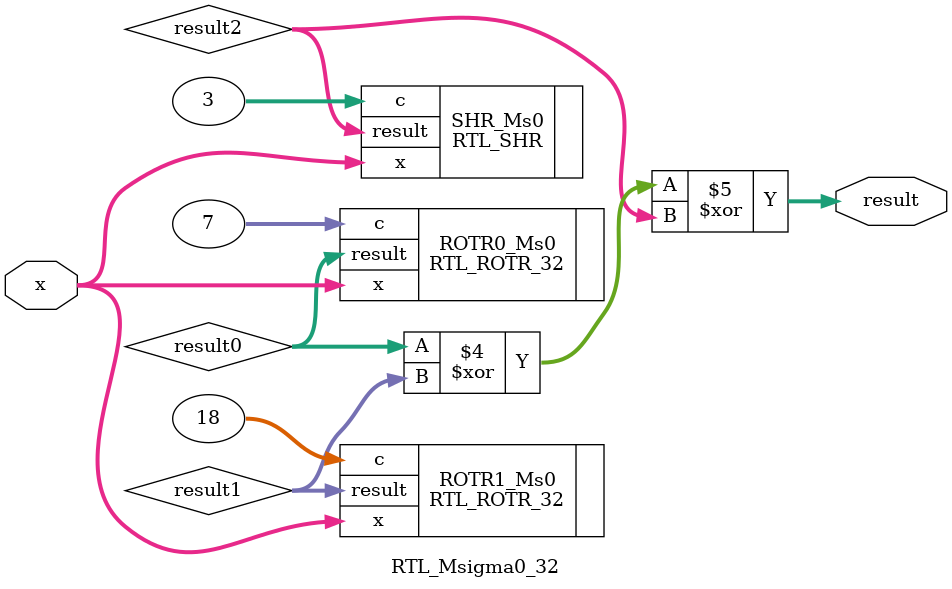
<source format=v>
`timescale 1ns / 1ps


module RTL_Msigma0_32(x,result);
input wire [31:0] x;
output wire [31:0] result;
wire [31:0] result0,result1,result2;
RTL_ROTR_32 ROTR0_Ms0(.x(x),.c(7),.result(result0));
RTL_ROTR_32 ROTR1_Ms0(.x(x),.c(18),.result(result1));
RTL_SHR SHR_Ms0(.x(x),.c(3),.result(result2));
assign result = (result0 ^ result1 ^ result2);
endmodule
//#define sigma0_32(x) (ROTR_32(x, 7) ^ ROTR_32(x,18) ^ SHR(x, 3))

</source>
